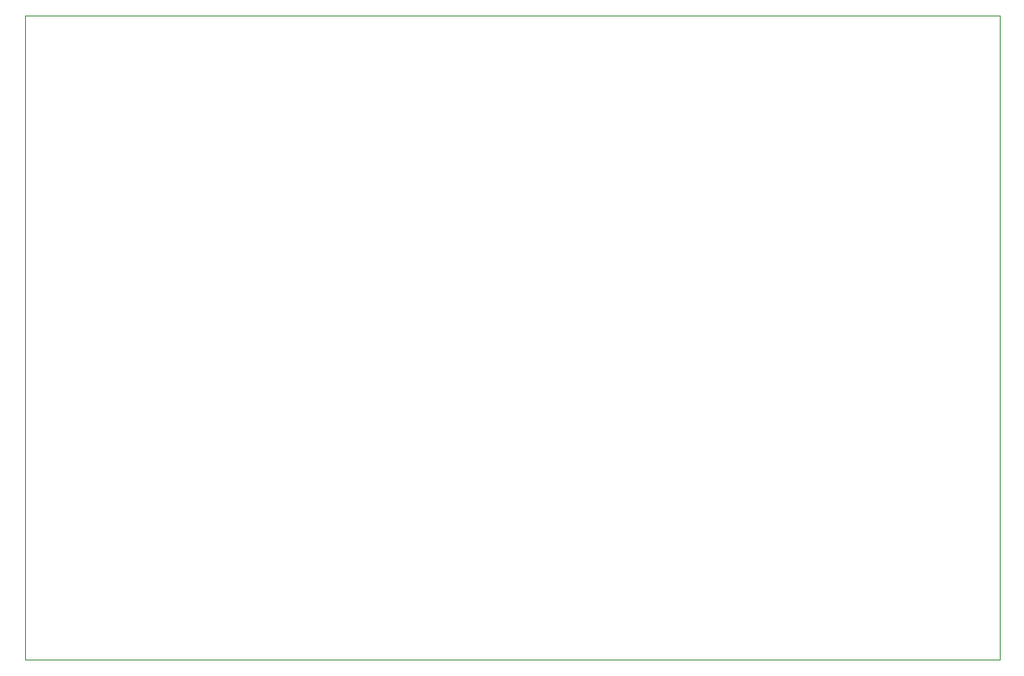
<source format=gm1>
G04 #@! TF.GenerationSoftware,KiCad,Pcbnew,5.1.10-88a1d61d58~90~ubuntu20.04.1*
G04 #@! TF.CreationDate,2021-11-04T14:27:27-04:00*
G04 #@! TF.ProjectId,OMC_CONNECTION_BOARD,4f4d435f-434f-44e4-9e45-4354494f4e5f,rev?*
G04 #@! TF.SameCoordinates,Original*
G04 #@! TF.FileFunction,Profile,NP*
%FSLAX46Y46*%
G04 Gerber Fmt 4.6, Leading zero omitted, Abs format (unit mm)*
G04 Created by KiCad (PCBNEW 5.1.10-88a1d61d58~90~ubuntu20.04.1) date 2021-11-04 14:27:27*
%MOMM*%
%LPD*%
G01*
G04 APERTURE LIST*
G04 #@! TA.AperFunction,Profile*
%ADD10C,0.050000*%
G04 #@! TD*
G04 APERTURE END LIST*
D10*
X218500000Y-44450000D02*
X218500000Y-107500000D01*
X123050000Y-107500000D02*
X218500000Y-107500000D01*
X123050000Y-44450000D02*
X123050000Y-107500000D01*
X123050000Y-44450000D02*
X218500000Y-44450000D01*
M02*

</source>
